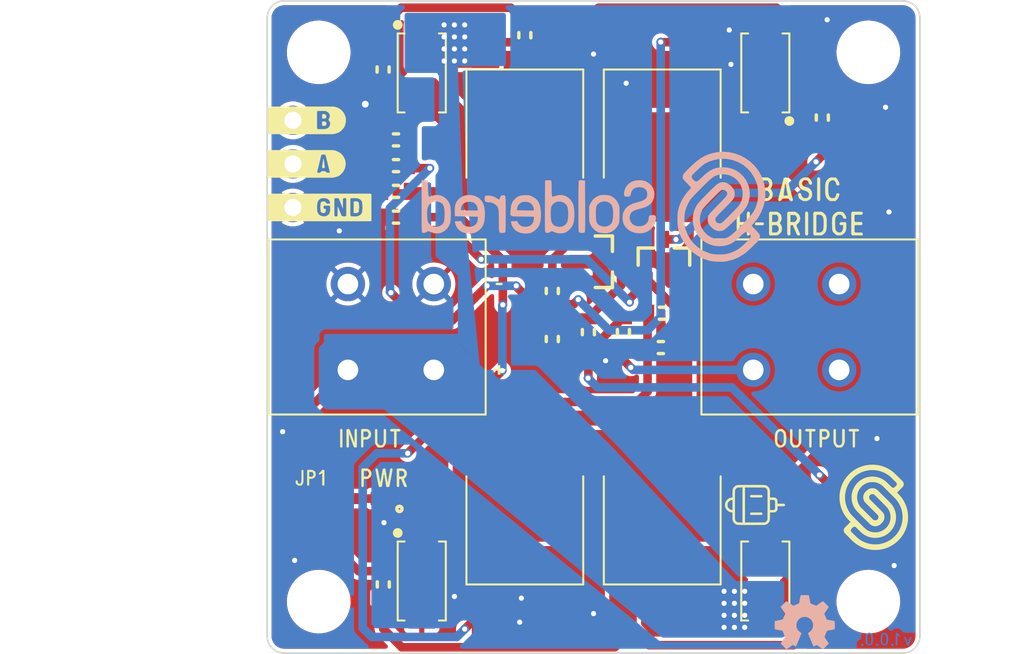
<source format=kicad_pcb>
(kicad_pcb (version 20210623) (generator pcbnew)
  (layers (0 "F.Cu" signal) (31 "B.Cu" signal) (34 "B.Paste" user) (35 "F.Paste" user) (36 "B.SilkS" user "B.Silkscreen") (37 "F.SilkS" user "F.Silkscreen") (38 "B.Mask" user) (39 "F.Mask" user) (44 "Edge.Cuts" user))
  (net 0 "")
  (net 1 "Net-(D1-Pad1)")
  (net 2 "VCC")
  (net 3 "GND")
  (net 4 "Net-(D3-Pad1)")
  (net 5 "Net-(D4-Pad1)")
  (net 6 "Net-(JP1-Pad2)")
  (net 7 "B")
  (net 8 "A")
  (net 9 "Net-(Q1-Pad1)")
  (net 10 "Net-(Q3-Pad1)")
  (net 11 "Net-(Q1-Pad3)")
  (net 12 "Net-(Q2-Pad1)")
  (net 13 "Net-(Q4-Pad1)")
  (net 14 "Net-(Q5-Pad1)")
  (net 15 "Net-(Q6-Pad1)")
  (net 16 "Net-(Q6-Pad3)")
  (footprint "e-radionica.com footprinti:0402R" (layer "F.Cu") (at 104.6 131)
    (fp_text reference "R7")
    (fp_text value "2k2")
    (pad "1" smd rect locked (at -0.5 0 90) (size 0.64 0.54) (layers "F.Cu" "F.Paste" "F.Mask") (net 6 "Net-(JP1-Pad2)"))
    (pad "2" smd rect locked (at 0.5 0 90) (size 0.64 0.54) (layers "F.Cu" "F.Paste" "F.Mask") (net 4 "Net-(D3-Pad1)"))
  )
  (footprint "e-radionica.com footprinti:HOLE_3.2mm" (layer "F.Cu") (at 135 105)
    (fp_text reference "H3" hide)
    (fp_text value "HOLE_3.2mm" hide)
    (pad "" np_thru_hole circle locked (at 0 0) (size 3.2 3.2) (drill 3.2) (layers F&B.Cu *.Mask))
  )
  (footprint "e-radionica.com footprinti:0603R" (layer "F.Cu") (at 116.6 121.7 -90)
    (fp_text reference "R8")
    (fp_text value "10k")
    (pad "1" smd rect locked (at -0.775 0) (size 1 0.64) (layers "F.Cu" "F.Paste" "F.Mask") (net 14 "Net-(Q5-Pad1)"))
    (pad "2" smd rect locked (at 0.775 0) (size 1 0.64) (layers "F.Cu" "F.Paste" "F.Mask") (net 3 "GND"))
  )
  (footprint "buzzardLabel" (layer "F.Cu") (at 131 115)
    (fp_text reference "" (at 0 0) (layer "F.SilkS") (effects (font (size 1.27 1.27))))
    (fp_text value "" (at 0 0) (layer "F.SilkS") (effects (font (size 1.27 1.27))))
  )
  (footprint "e-radionica.com footprinti:0603R" (layer "F.Cu") (at 106.75 106 90)
    (fp_text reference "R10")
    (fp_text value "2M")
    (pad "1" smd rect locked (at -0.775 0 180) (size 1 0.64) (layers "F.Cu" "F.Paste" "F.Mask") (net 5 "Net-(D4-Pad1)"))
    (pad "2" smd rect locked (at 0.775 0 180) (size 1 0.64) (layers "F.Cu" "F.Paste" "F.Mask") (net 13 "Net-(Q4-Pad1)"))
  )
  (footprint "e-radionica.com footprinti:FIDUCIAL_23" (layer "F.Cu") (at 135.8 111.3)
    (fp_text reference "FD1")
    (fp_text value "FIDUCIAL")
    (fp_circle (center 0 0) (end 1 0) (layer "F.Cu") (width 0.2) (fill none))
    (pad "1" smd circle (at 0 0) (size 1 1) (layers "F.Cu" "F.Paste" "F.Mask") (clearance 1.1))
  )
  (footprint "e-radionica.com footprinti:0603R" (layer "F.Cu") (at 107.5 114.6)
    (fp_text reference "R2")
    (fp_text value "10k")
    (pad "1" smd rect locked (at -0.775 0 90) (size 1 0.64) (layers "F.Cu" "F.Paste" "F.Mask") (net 3 "GND"))
    (pad "2" smd rect locked (at 0.775 0 90) (size 1 0.64) (layers "F.Cu" "F.Paste" "F.Mask") (net 9 "Net-(Q1-Pad1)"))
  )
  (footprint "e-radionica.com footprinti:DO-214_DIODE" (layer "F.Cu") (at 109 135.8 90)
    (fp_text reference "D2")
    (fp_text value "M3_DIODE")
    (pad "1" smd rect (at -1.55 0 90) (size 2.45 1.55) (layers "F.Cu" "F.Paste" "F.Mask") (net 3 "GND"))
    (pad "2" smd rect (at 1.55 0 90) (size 2.45 1.55) (layers "F.Cu" "F.Paste" "F.Mask") (net 1 "Net-(D1-Pad1)"))
  )
  (footprint "e-radionica.com footprinti:DPAK" (layer "F.Cu") (at 123 134.8 -90)
    (fp_text reference "Q2")
    (fp_text value "PMOS-DPAK")
    (pad "1" smd rect (at 2.79 2.285 270) (size 3 1.6) (layers "F.Cu" "F.Paste" "F.Mask") (net 12 "Net-(Q2-Pad1)"))
    (pad "2" smd rect (at -4.39 0 270) (size 6.2 5.8) (layers "F.Cu" "F.Paste" "F.Mask") (net 1 "Net-(D1-Pad1)"))
    (pad "3" smd rect (at 2.79 -2.285 270) (size 3 1.6) (layers "F.Cu" "F.Paste" "F.Mask") (net 2 "VCC"))
  )
  (footprint "e-radionica.com footprinti:HOLE_3.2mm" (layer "F.Cu") (at 103 137)
    (fp_text reference "H2" hide)
    (fp_text value "HOLE_3.2mm" hide)
    (pad "" np_thru_hole circle locked (at 0 0) (size 3.2 3.2) (drill 3.2) (layers F&B.Cu *.Mask))
  )
  (footprint "e-radionica.com footprinti:0603R" (layer "F.Cu") (at 120.74 121.3 90)
    (fp_text reference "R5")
    (fp_text value "1M")
    (pad "1" smd rect locked (at -0.775 0 180) (size 1 0.64) (layers "F.Cu" "F.Paste" "F.Mask") (net 1 "Net-(D1-Pad1)"))
    (pad "2" smd rect locked (at 0.775 0 180) (size 1 0.64) (layers "F.Cu" "F.Paste" "F.Mask") (net 12 "Net-(Q2-Pad1)"))
  )
  (footprint "e-radionica.com footprinti:DO-214_DIODE" (layer "F.Cu") (at 129 135.8 -90)
    (fp_text reference "D1")
    (fp_text value "M3_DIODE")
    (pad "1" smd rect (at -1.55 0 270) (size 2.45 1.55) (layers "F.Cu" "F.Paste" "F.Mask") (net 1 "Net-(D1-Pad1)"))
    (pad "2" smd rect (at 1.55 0 270) (size 2.45 1.55) (layers "F.Cu" "F.Paste" "F.Mask") (net 2 "VCC"))
  )
  (footprint "buzzardLabel" (layer "F.Cu") (at 131 113)
    (fp_text reference "" (at 0 0) (layer "F.SilkS") (effects (font (size 1.27 1.27))))
    (fp_text value "" (at 0 0) (layer "F.SilkS") (effects (font (size 1.27 1.27))))
  )
  (footprint "e-radionica.com footprinti:TERMINAL_KF235-5.0-2P" (layer "F.Cu") (at 107.2 121 -90)
    (fp_text reference "K2")
    (fp_text value "TERMINAL_KF235-5.0-2P")
    (pad "1" thru_hole circle (at 2.5 -2.5 270) (size 2 2) (drill 1.2) (layers *.Cu *.Mask) (net 2 "VCC"))
    (pad "1" thru_hole circle (at 2.5 2.5 270) (size 2 2) (drill 1.2) (layers *.Cu *.Mask) (net 2 "VCC"))
    (pad "2" thru_hole circle (at -2.5 2.5 270) (size 2 2) (drill 1.2) (layers *.Cu *.Mask) (net 3 "GND"))
    (pad "2" thru_hole circle (at -2.5 -2.5 270) (size 2 2) (drill 1.2) (layers *.Cu *.Mask) (net 3 "GND"))
  )
  (footprint "e-radionica.com footprinti:SOT-23-3" (layer "F.Cu") (at 123.1 117.1 90)
    (fp_text reference "Q1")
    (fp_text value "NPN-SOT-23-3")
    (pad "1" smd rect locked (at -1.2 -0.95 180) (size 0.6 1) (layers "F.Cu" "F.Paste" "F.Mask") (net 9 "Net-(Q1-Pad1)"))
    (pad "2" smd rect locked (at -1.2 0.95 180) (size 0.6 1) (layers "F.Cu" "F.Paste" "F.Mask") (net 3 "GND"))
    (pad "3" smd rect locked (at 1.2 0 180) (size 0.6 1) (layers "F.Cu" "F.Paste" "F.Mask") (net 11 "Net-(Q1-Pad3)"))
  )
  (footprint "Soldered Graphics:Symbol-Front-Motor" (layer "F.Cu") (at 128.4 131.37 90)
    (fp_text reference "G***" hide)
    (fp_text value "LOGO" hide)
  )
  (footprint "buzzardLabel" (layer "F.Cu") (at 113.5 123.5)
    (fp_text reference "" (at 0 0) (layer "F.SilkS") (effects (font (size 1.27 1.27))))
    (fp_text value "" (at 0 0) (layer "F.SilkS") (effects (font (size 1.27 1.27))))
  )
  (footprint "e-radionica.com footprinti:0603R" (layer "F.Cu") (at 122.92 122.2 180)
    (fp_text reference "R6")
    (fp_text value "10k")
    (pad "1" smd rect locked (at -0.775 0 270) (size 1 0.64) (layers "F.Cu" "F.Paste" "F.Mask") (net 3 "GND"))
    (pad "2" smd rect locked (at 0.775 0 270) (size 1 0.64) (layers "F.Cu" "F.Paste" "F.Mask") (net 10 "Net-(Q3-Pad1)"))
  )
  (footprint "buzzardLabel" (layer "F.Cu") (at 99.6 111.5)
    (fp_text reference "" (at 0 0) (layer "F.SilkS") (effects (font (size 1.27 1.27))))
    (fp_text value "" (at 0 0) (layer "F.SilkS") (effects (font (size 1.27 1.27))))
  )
  (footprint "buzzardLabel" (layer "F.Cu") (at 113.5 118.5)
    (fp_text reference "" (at 0 0) (layer "F.SilkS") (effects (font (size 1.27 1.27))))
    (fp_text value "" (at 0 0) (layer "F.SilkS") (effects (font (size 1.27 1.27))))
  )
  (footprint "e-radionica.com footprinti:DPAK" (layer "F.Cu") (at 123 107.2 90)
    (fp_text reference "Q5")
    (fp_text value "NMOS-DPAK")
    (pad "1" smd rect (at 2.79 2.285 90) (size 3 1.6) (layers "F.Cu" "F.Paste" "F.Mask") (net 14 "Net-(Q5-Pad1)"))
    (pad "2" smd rect (at -4.39 0 90) (size 6.2 5.8) (layers "F.Cu" "F.Paste" "F.Mask") (net 5 "Net-(D4-Pad1)"))
    (pad "3" smd rect (at 2.79 -2.285 90) (size 3 1.6) (layers "F.Cu" "F.Paste" "F.Mask") (net 3 "GND"))
  )
  (footprint "buzzardLabel" (layer "F.Cu") (at 99.6 114.04)
    (fp_text reference "" (at 0 0) (layer "F.SilkS") (effects (font (size 1.27 1.27))))
    (fp_text value "" (at 0 0) (layer "F.SilkS") (effects (font (size 1.27 1.27))))
  )
  (footprint "Soldered Graphics:Logo-Back-OSH-3.5mm" (layer "F.Cu") (at 131.3 138.2)
    (fp_text reference "G***" hide)
    (fp_text value "LOGO" hide)
  )
  (footprint "e-radionica.com footprinti:0603R" (layer "F.Cu") (at 116.6 118.9 -90)
    (fp_text reference "R12")
    (fp_text value "10k")
    (pad "1" smd rect locked (at -0.775 0) (size 1 0.64) (layers "F.Cu" "F.Paste" "F.Mask") (net 15 "Net-(Q6-Pad1)"))
    (pad "2" smd rect locked (at 0.775 0) (size 1 0.64) (layers "F.Cu" "F.Paste" "F.Mask") (net 14 "Net-(Q5-Pad1)"))
  )
  (footprint "e-radionica.com footprinti:0603R" (layer "F.Cu") (at 107.5 111.6 180)
    (fp_text reference "R13")
    (fp_text value "330R")
    (pad "1" smd rect locked (at -0.775 0 270) (size 1 0.64) (layers "F.Cu" "F.Paste" "F.Mask") (net 14 "Net-(Q5-Pad1)"))
    (pad "2" smd rect locked (at 0.775 0 270) (size 1 0.64) (layers "F.Cu" "F.Paste" "F.Mask") (net 7 "B"))
  )
  (footprint "e-radionica.com footprinti:DO-214_DIODE" (layer "F.Cu") (at 129 106.2 -90)
    (fp_text reference "D5")
    (fp_text value "M3_DIODE")
    (pad "1" smd rect (at -1.55 0 270) (size 2.45 1.55) (layers "F.Cu" "F.Paste" "F.Mask") (net 3 "GND"))
    (pad "2" smd rect (at 1.55 0 270) (size 2.45 1.55) (layers "F.Cu" "F.Paste" "F.Mask") (net 5 "Net-(D4-Pad1)"))
  )
  (footprint "e-radionica.com footprinti:HOLE_3.2mm" (layer "F.Cu") (at 103 105)
    (fp_text reference "H4" hide)
    (fp_text value "HOLE_3.2mm" hide)
    (pad "" np_thru_hole circle locked (at 0 0) (size 3.2 3.2) (drill 3.2) (layers F&B.Cu *.Mask))
  )
  (footprint "Soldered Graphics:Logo-Back-SolderedFULL-20mm" (layer "F.Cu") (at 119 114)
    (fp_text reference "REF**" hide)
    (fp_text value "Logo-Front-SolderedFULL-20mm" hide)
  )
  (footprint "buzzardLabel" (layer "F.Cu") (at 99.6 108.96)
    (fp_text reference "" (at 0 0) (layer "F.SilkS") (effects (font (size 1.27 1.27))))
    (fp_text value "" (at 0 0) (layer "F.SilkS") (effects (font (size 1.27 1.27))))
  )
  (footprint "e-radionica.com footprinti:0603R" (layer "F.Cu") (at 132.32 108.8 -90)
    (fp_text reference "R11")
    (fp_text value "1k")
    (pad "1" smd rect locked (at -0.775 0) (size 1 0.64) (layers "F.Cu" "F.Paste" "F.Mask") (net 13 "Net-(Q4-Pad1)"))
    (pad "2" smd rect locked (at 0.775 0) (size 1 0.64) (layers "F.Cu" "F.Paste" "F.Mask") (net 11 "Net-(Q1-Pad3)"))
  )
  (footprint "Soldered Graphics:Logo-Front-Soldered-5mm" (layer "F.Cu") (at 135.32 131.51)
    (fp_text reference "G***" hide)
    (fp_text value "LOGO" hide)
  )
  (footprint "e-radionica.com footprinti:TERMINAL_KF235-5.0-2P" (layer "F.Cu") (at 130.8 121 90)
    (fp_text reference "K1")
    (fp_text value "TERMINAL_KF235-5.0-2P")
    (pad "1" thru_hole circle (at 2.5 -2.5 90) (size 2 2) (drill 1.2) (layers *.Cu *.Mask) (net 5 "Net-(D4-Pad1)"))
    (pad "1" thru_hole circle (at 2.5 2.5 90) (size 2 2) (drill 1.2) (layers *.Cu *.Mask) (net 5 "Net-(D4-Pad1)"))
    (pad "2" thru_hole circle (at -2.5 2.5 90) (size 2 2) (drill 1.2) (layers *.Cu *.Mask) (net 1 "Net-(D1-Pad1)"))
    (pad "2" thru_hole circle (at -2.5 -2.5 90) (size 2 2) (drill 1.2) (layers *.Cu *.Mask) (net 1 "Net-(D1-Pad1)"))
  )
  (footprint "e-radionica.com footprinti:0603R" (layer "F.Cu") (at 107.5 113.1)
    (fp_text reference "R1")
    (fp_text value "330R")
    (pad "1" smd rect locked (at -0.775 0 90) (size 1 0.64) (layers "F.Cu" "F.Paste" "F.Mask") (net 8 "A"))
    (pad "2" smd rect locked (at 0.775 0 90) (size 1 0.64) (layers "F.Cu" "F.Paste" "F.Mask") (net 10 "Net-(Q3-Pad1)"))
  )
  (footprint "buzzardLabel" (layer "F.Cu") (at 132 127.5)
    (fp_text reference "" (at 0 0) (layer "F.SilkS") (effects (font (size 1.27 1.27))))
    (fp_text value "" (at 0 0) (layer "F.SilkS") (effects (font (size 1.27 1.27))))
  )
  (footprint "e-radionica.com footprinti:0603R" (layer "F.Cu") (at 118.7 121.3 -90)
    (fp_text reference "R3")
    (fp_text value "1k")
    (pad "1" smd rect locked (at -0.775 0) (size 1 0.64) (layers "F.Cu" "F.Paste" "F.Mask") (net 16 "Net-(Q6-Pad3)"))
    (pad "2" smd rect locked (at 0.775 0) (size 1 0.64) (layers "F.Cu" "F.Paste" "F.Mask") (net 12 "Net-(Q2-Pad1)"))
  )
  (footprint "buzzardLabel" (layer "F.Cu") (at 102.5 129.8)
    (fp_text reference "" (at 0 0) (layer "F.SilkS") (effects (font (size 1.27 1.27))))
    (fp_text value "" (at 0 0) (layer "F.SilkS") (effects (font (size 1.27 1.27))))
  )
  (footprint "e-radionica.com footprinti:DPAK" (layer "F.Cu") (at 115 134.8 -90)
    (fp_text reference "Q3")
    (fp_text value "NMOS-DPAK")
    (pad "1" smd rect (at 2.79 2.285 270) (size 3 1.6) (layers "F.Cu" "F.Paste" "F.Mask") (net 10 "Net-(Q3-Pad1)"))
    (pad "2" smd rect (at -4.39 0 270) (size 6.2 5.8) (layers "F.Cu" "F.Paste" "F.Mask") (net 1 "Net-(D1-Pad1)"))
    (pad "3" smd rect (at 2.79 -2.285 270) (size 3 1.6) (layers "F.Cu" "F.Paste" "F.Mask") (net 3 "GND"))
  )
  (footprint "e-radionica.com footprinti:DO-214_DIODE" (layer "F.Cu") (at 109 106.2 90)
    (fp_text reference "D4")
    (fp_text value "M3_DIODE")
    (pad "1" smd rect (at -1.55 0 90) (size 2.45 1.55) (layers "F.Cu" "F.Paste" "F.Mask") (net 5 "Net-(D4-Pad1)"))
    (pad "2" smd rect (at 1.55 0 90) (size 2.45 1.55) (layers "F.Cu" "F.Paste" "F.Mask") (net 2 "VCC"))
  )
  (footprint "e-radionica.com footprinti:0603R" (layer "F.Cu") (at 115 104 90)
    (fp_text reference "R9")
    (fp_text value "10k")
    (pad "1" smd rect locked (at -0.775 0 180) (size 1 0.64) (layers "F.Cu" "F.Paste" "F.Mask") (net 2 "VCC"))
    (pad "2" smd rect locked (at 0.775 0 180) (size 1 0.64) (layers "F.Cu" "F.Paste" "F.Mask") (net 13 "Net-(Q4-Pad1)"))
  )
  (footprint "buzzardLabel" (layer "F.Cu") (at 106.8 129.8)
    (fp_text reference "" (at 0 0) (layer "F.SilkS") (effects (font (size 1.27 1.27))))
    (fp_text value "" (at 0 0) (layer "F.SilkS") (effects (font (size 1.27 1.27))))
  )
  (footprint "e-radionica.com footprinti:0603R" (layer "F.Cu") (at 106.76 136 90)
    (fp_text reference "R4")
    (fp_text value "10k")
    (pad "1" smd rect locked (at -0.775 0 180) (size 1 0.64) (layers "F.Cu" "F.Paste" "F.Mask") (net 12 "Net-(Q2-Pad1)"))
    (pad "2" smd rect locked (at 0.775 0 180) (size 1 0.64) (layers "F.Cu" "F.Paste" "F.Mask") (net 2 "VCC"))
  )
  (footprint "e-radionica.com footprinti:SMD-JUMPER-CONNECTED_TRACE_SLODERMASK" (layer "F.Cu") (at 102.5 131)
    (fp_text reference "JP1")
    (fp_text value "SMD-JUMPER-CONNECTED_TRACE_SLODERMASK")
    (fp_poly (pts (xy 0.1 0.1) (xy -0.1 0.1) (xy -0.1 -0.1) (xy 0.1 -0.1)) (layer "F.Cu") (width 0.1) (fill solid))
    (pad "1" smd rect (at -0.35 0) (size 0.5 1) (layers "F.Cu" "F.Mask") (net 2 "VCC"))
    (pad "2" smd rect (at 0.35 0) (size 0.5 1) (layers "F.Cu" "F.Mask") (net 6 "Net-(JP1-Pad2)"))
  )
  (footprint "e-radionica.com footprinti:HOLE_3.2mm" (layer "F.Cu") (at 135 137)
    (fp_text reference "H1" hide)
    (fp_text value "HOLE_3.2mm" hide)
    (pad "" np_thru_hole circle locked (at 0 0) (size 3.2 3.2) (drill 3.2) (layers F&B.Cu *.Mask))
  )
  (footprint "e-radionica.com footprinti:SOT-23-3" (layer "F.Cu") (at 119.4 117.2)
    (fp_text reference "Q6")
    (fp_text value "NPN-SOT-23-3")
    (pad "1" smd rect locked (at -1.2 -0.95 90) (size 0.6 1) (layers "F.Cu" "F.Paste" "F.Mask") (net 15 "Net-(Q6-Pad1)"))
    (pad "2" smd rect locked (at -1.2 0.95 90) (size 0.6 1) (layers "F.Cu" "F.Paste" "F.Mask") (net 3 "GND"))
    (pad "3" smd rect locked (at 1.2 0 90) (size 0.6 1) (layers "F.Cu" "F.Paste" "F.Mask") (net 16 "Net-(Q6-Pad3)"))
  )
  (footprint "e-radionica.com footprinti:0603R" (layer "F.Cu") (at 122.985 120.2)
    (fp_text reference "R2")
    (fp_text value "10k")
    (pad "1" smd rect locked (at -0.775 0 90) (size 1 0.64) (layers "F.Cu" "F.Paste" "F.Mask") (net 10 "Net-(Q3-Pad1)"))
    (pad "2" smd rect locked (at 0.775 0 90) (size 1 0.64) (layers "F.Cu" "F.Paste" "F.Mask") (net 9 "Net-(Q1-Pad1)"))
  )
  (footprint "e-radionica.com footprinti:0402LED" (layer "F.Cu") (at 106.8 131)
    (fp_text reference "D3")
    (fp_text value "purple")
    (pad "1" smd rect locked (at -0.55 0 90) (size 0.75 0.45) (layers "F.Cu" "F.Paste" "F.Mask") (net 4 "Net-(D3-Pad1)"))
    (pad "2" smd rect locked (at 0.55 0 90) (size 0.75 0.45) (layers "F.Cu" "F.Paste" "F.Mask") (net 3 "GND"))
  )
  (footprint "e-radionica.com footprinti:DPAK" (layer "F.Cu") (at 115 107.2 90)
    (fp_text reference "Q4")
    (fp_text value "PMOS-DPAK")
    (pad "1" smd rect (at 2.79 2.285 90) (size 3 1.6) (layers "F.Cu" "F.Paste" "F.Mask") (net 13 "Net-(Q4-Pad1)"))
    (pad "2" smd rect (at -4.39 0 90) (size 6.2 5.8) (layers "F.Cu" "F.Paste" "F.Mask") (net 5 "Net-(D4-Pad1)"))
    (pad "3" smd rect (at 2.79 -2.285 90) (size 3 1.6) (layers "F.Cu" "F.Paste" "F.Mask") (net 2 "VCC"))
  )
  (footprint "e-radionica.com footprinti:0603R" (layer "F.Cu") (at 107.5 110.1)
    (fp_text reference "R4")
    (fp_text value "10k")
    (pad "1" smd rect locked (at -0.775 0 90) (size 1 0.64) (layers "F.Cu" "F.Paste" "F.Mask") (net 3 "GND"))
    (pad "2" smd rect locked (at 0.775 0 90) (size 1 0.64) (layers "F.Cu" "F.Paste" "F.Mask") (net 10 "Net-(Q3-Pad1)"))
  )
  (footprint "buzzardLabel" (layer "F.Cu") (at 106 127.5)
    (fp_text reference "" (at 0 0) (layer "F.SilkS") (effects (font (size 1.27 1.27))))
    (fp_text value "" (at 0 0) (layer "F.SilkS") (effects (font (size 1.27 1.27))))
  )
  (footprint "Soldered Graphics:Version1.0.0." (layer "B.Cu") (at 136 139.2 180)
    (fp_text reference "Ref**" hide)
    (fp_text value "Val**" hide)
    (fp_poly (pts (xy -0.44 -0.38) (xy -0.39 -0.38) (xy -0.34 -0.37) (xy -0.34 -0.33) (xy -0.34 -0.27) (xy -0.38 -0.26) (xy -0.43 -0.26) (xy -0.46 -0.29) (xy -0.46 -0.34) (xy -0.44 -0.38)) (layer "B.Cu") (width 0.01) (fill solid))
    (fp_poly (pts (xy 0.43 -0.38) (xy 0.48 -0.38) (xy 0.54 -0.37) (xy 0.54 -0.33) (xy 0.54 -0.27) (xy 0.5 -0.26) (xy 0.45 -0.26) (xy 0.42 -0.29) (xy 0.42 -0.34) (xy 0.43 -0.38)) (layer "B.Cu") (width 0.01) (fill solid))
    (fp_poly (pts (xy -0.67 -0.35) (xy -0.62 -0.35) (xy -0.6 -0.31) (xy -0.6 0.35) (xy -0.64 0.38) (xy -0.69 0.38) (xy -0.73 0.34) (xy -0.84 0.22) (xy -0.86 0.17) (xy -0.83 0.16) (xy -0.73 0.22) (xy -0.69 0.23) (xy -0.69 -0.31) (xy -0.67 -0.35)) (layer "B.Cu") (width 0.01) (fill solid))
    (fp_poly (pts (xy 0.06 -0.35) (xy 0.11 -0.35) (xy 0.17 -0.33) (xy 0.13 -0.28) (xy 0.03 -0.28) (xy -0.01 -0.25) (xy -0.03 -0.2) (xy -0.05 -0.15) (xy -0.05 -0.11) (xy -0.05 0.01) (xy -0.05 0.13) (xy -0.05 0.17) (xy -0.03 0.22) (xy -0.01 0.27) (xy 0.02 0.3) (xy 0.13 0.3) (xy 0.16 0.26) (xy 0.18 0.21) (xy 0.18 0.15) (xy 0.19 0.05) (xy 0.19 -0.08) (xy 0.19 -0.12) (xy 0.18 -0.17) (xy 0.16 -0.22) (xy 0.14 -0.27) (xy 0.14 -0.28) (xy 0.17 -0.32) (xy 0.21 -0.29) (xy 0.24 -0.26) (xy 0.26 -0.22) (xy 0.27 -0.16) (xy 0.28 -0.11) (xy 0.28 -0.06) (xy 0.28 0.06) (xy 0.28 0.12) (xy 0.27 0.17) (xy 0.26 0.22) (xy 0.25 0.27) (xy 0.22 0.3) (xy 0.19 0.34) (xy 0.13 0.37) (xy 0.08 0.38) (xy 0.02 0.38) (xy -0.03 0.35) (xy -0.08 0.31) (xy -0.1 0.28) (xy -0.12 0.23) (xy -0.14 0.18) (xy -0.14 0.13) (xy -0.15 0.08) (xy -0.15 -0.04) (xy -0.14 -0.1) (xy -0.14 -0.14) (xy -0.13 -0.2) (xy -0.11 -0.25) (xy -0.08 -0.28) (xy -0.05 -0.32) (xy 0.01 -0.35) (xy 0.06 -0.35)) (layer "B.Cu") (width 0.01) (fill solid))
    (fp_poly (pts (xy -1.33 -0.35) (xy -1.27 -0.35) (xy -1.25 -0.31) (xy -1.09 0.1) (xy -1.11 0.13) (xy -1.16 0.13) (xy -1.19 0.1) (xy -1.28 -0.16) (xy -1.3 -0.21) (xy -1.32 -0.17) (xy -1.41 0.09) (xy -1.44 0.13) (xy -1.49 0.13) (xy -1.51 0.1) (xy -1.36 -0.31) (xy -1.33 -0.35)) (layer "B.Cu") (width 0.01) (fill solid))
    (fp_poly (pts (xy 1.31 -0.38) (xy 1.36 -0.38) (xy 1.41 -0.37) (xy 1.42 -0.33) (xy 1.42 -0.27) (xy 1.38 -0.26) (xy 1.33 -0.26) (xy 1.3 -0.29) (xy 1.3 -0.34) (xy 1.31 -0.38)) (layer "B.Cu") (width 0.01) (fill solid))
    (fp_poly (pts (xy 0.93 -0.35) (xy 0.99 -0.35) (xy 1.04 -0.33) (xy 1.01 -0.28) (xy 0.91 -0.28) (xy 0.87 -0.25) (xy 0.85 -0.2) (xy 0.83 -0.15) (xy 0.83 -0.11) (xy 0.82 0.01) (xy 0.83 0.13) (xy 0.83 0.17) (xy 0.84 0.22) (xy 0.87 0.27) (xy 0.9 0.3) (xy 1.01 0.3) (xy 1.04 0.26) (xy 1.05 0.21) (xy 1.06 0.15) (xy 1.07 0.05) (xy 1.07 -0.08) (xy 1.06 -0.12) (xy 1.06 -0.17) (xy 1.04 -0.22) (xy 1.02 -0.27) (xy 1.01 -0.28) (xy 1.05 -0.32) (xy 1.09 -0.29) (xy 1.12 -0.26) (xy 1.14 -0.22) (xy 1.15 -0.16) (xy 1.16 -0.11) (xy 1.16 -0.06) (xy 1.16 0.06) (xy 1.16 0.12) (xy 1.15 0.17) (xy 1.14 0.22) (xy 1.13 0.27) (xy 1.1 0.3) (xy 1.06 0.34) (xy 1.01 0.37) (xy 0.95 0.38) (xy 0.9 0.38) (xy 0.84 0.35) (xy 0.8 0.31) (xy 0.78 0.28) (xy 0.75 0.23) (xy 0.74 0.18) (xy 0.74 0.13) (xy 0.73 0.08) (xy 0.73 -0.04) (xy 0.73 -0.1) (xy 0.74 -0.14) (xy 0.75 -0.2) (xy 0.77 -0.25) (xy 0.79 -0.28) (xy 0.83 -0.32) (xy 0.89 -0.35) (xy 0.93 -0.35)) (layer "B.Cu") (width 0.01) (fill solid))
  )
  (footprint "e-radionica.com footprinti:HEADER_MALE_3X1" (layer "B.Cu") (at 101.5 111.5 90)
    (fp_text reference "K3")
    (fp_text value "HEADER_MALE_3X1")
    (pad "1" thru_hole circle locked (at -2.54 0 90) (size 1.7 1.7) (drill 1) (layers *.Cu *.Mask) (net 3 "GND"))
    (pad "2" thru_hole circle locked (at 0 0 90) (size 1.7 1.7) (drill 1) (layers *.Cu *.Mask) (net 8 "A"))
    (pad "3" thru_hole circle locked (at 2.54 0 90) (size 1.7 1.7) (drill 1) (layers *.Cu *.Mask) (net 7 "B"))
  )
  (gr_arc (start 137 103) (end 137 102) (angle 90) (layer "Edge.Cuts") (width 0.1))
  (gr_arc (start 137 139) (end 137 140) (angle -90) (layer "Edge.Cuts") (width 0.1))
  (gr_line (start 137 102) (end 101 102) (layer "Edge.Cuts") (width 0.1))
  (gr_line (start 101 140) (end 137 140) (layer "Edge.Cuts") (width 0.1))
  (gr_arc (start 101 139) (end 101 140) (angle 90) (layer "Edge.Cuts") (width 0.1))
  (gr_arc (start 101 103) (end 101 102) (angle -90) (layer "Edge.Cuts") (width 0.1))
  (gr_line (start 100 103) (end 100 139) (layer "Edge.Cuts") (width 0.1))
  (gr_line (start 138 139) (end 138 103) (layer "Edge.Cuts") (width 0.1))
  (segment (start 121.17 123.36) (end 120.68 122.87) (width 0.5) (layer "F.Cu") (net 1))
  (segment (start 120.68 122.135) (end 120.74 122.075) (width 0.5) (layer "F.Cu") (net 1))
  (segment (start 120.68 122.87) (end 120.68 122.135) (width 0.5) (layer "F.Cu") (net 1))
  (via (at 121.17 123.36) (size 0.5) (drill 0.3) (layers "F.Cu" "B.Cu") (net 1))
  (segment (start 121.31 123.5) (end 121.17 123.36) (width 0.5) (layer "B.Cu") (net 1))
  (segment (start 128.3 123.5) (end 121.31 123.5) (width 0.5) (layer "B.Cu") (net 1))
  (segment (start 105.325 135.225) (end 102.15 132.05) (width 0.5) (layer "F.Cu") (net 2))
  (segment (start 102.15 131) (end 102.15 126.05) (width 0.5) (layer "F.Cu") (net 2))
  (segment (start 102.15 132.05) (end 102.15 131) (width 0.5) (layer "F.Cu") (net 2))
  (segment (start 112.475 104.65) (end 112.715 104.41) (width 0.5) (layer "F.Cu") (net 2))
  (segment (start 112.715 104.41) (end 114.635 104.41) (width 0.5) (layer "F.Cu") (net 2))
  (segment (start 112.695 104.43) (end 112.715 104.41) (width 0.5) (layer "F.Cu") (net 2))
  (segment (start 114.635 104.41) (end 115 104.775) (width 0.5) (layer "F.Cu") (net 2))
  (segment (start 102.15 126.05) (end 104.7 123.5) (width 0.5) (layer "F.Cu") (net 2))
  (segment (start 106.76 135.225) (end 105.325 135.225) (width 0.5) (layer "F.Cu") (net 2))
  (via (at 127.8 137.8) (size 0.5) (drill 0.3) (layers "F.Cu" "B.Cu") (net 2))
  (via (at 111.5 104.1) (size 0.5) (drill 0.3) (layers "F.Cu" "B.Cu") (net 2))
  (via (at 110.9 103.4) (size 0.5) (drill 0.3) (layers "F.Cu" "B.Cu") (net 2))
  (via (at 111.5 105.5) (size 0.5) (drill 0.3) (layers "F.Cu" "B.Cu") (net 2))
  (via (at 126.6 138.5) (size 0.5) (drill 0.3) (layers "F.Cu" "B.Cu") (net 2))
  (via (at 127.8 138.5) (size 0.5) (drill 0.3) (layers "F.Cu" "B.Cu") (net 2))
  (via (at 110.9 105.5) (size 0.5) (drill 0.3) (layers "F.Cu" "B.Cu") (net 2))
  (via (at 110.9 104.8) (size 0.5) (drill 0.3) (layers "F.Cu" "B.Cu") (net 2))
  (via (at 111.5 104.8) (size 0.5) (drill 0.3) (layers "F.Cu" "B.Cu") (net 2))
  (via (at 127.8 137.1) (size 0.5) (drill 0.3) (layers "F.Cu" "B.Cu") (net 2))
  (via (at 110.9 104.1) (size 0.5) (drill 0.3) (layers "F.Cu" "B.Cu") (net 2))
  (via (at 127.2 138.5) (size 0.5) (drill 0.3) (layers "F.Cu" "B.Cu") (net 2))
  (via (at 126.6 137.8) (size 0.5) (drill 0.3) (layers "F.Cu" "B.Cu") (net 2))
  (via (at 111.5 103.4) (size 0.5) (drill 0.3) (layers "F.Cu" "B.Cu") (net 2))
  (via (at 110.3 104.1) (size 0.5) (drill 0.3) (layers "F.Cu" "B.Cu") (net 2))
  (via (at 127.2 136.4) (size 0.5) (drill 0.3) (layers "F.Cu" "B.Cu") (net 2))
  (via (at 110.3 105.5) (size 0.5) (drill 0.3) (layers "F.Cu" "B.Cu") (net 2))
  (via (at 127.2 137.8) (size 0.5) (drill 0.3) (layers "F.Cu" "B.Cu") (net 2))
  (via (at 110.3 104.8) (size 0.5) (drill 0.3) (layers "F.Cu" "B.Cu") (net 2))
  (via (at 126.6 137.1) (size 0.5) (drill 0.3) (layers "F.Cu" "B.Cu") (net 2))
  (via (at 110.3 103.4) (size 0.5) (drill 0.3) (layers "F.Cu" "B.Cu") (net 2))
  (via (at 127.2 137.1) (size 0.5) (drill 0.3) (layers "F.Cu" "B.Cu") (net 2))
  (via (at 126.6 136.4) (size 0.5) (drill 0.3) (layers "F.Cu" "B.Cu") (net 2))
  (via (at 127.8 136.4) (size 0.5) (drill 0.3) (layers "F.Cu" "B.Cu") (net 2))
  (segment (start 106.725 109.035) (end 105.71 108.02) (width 0.5) (layer "F.Cu") (net 3))
  (segment (start 106.725 110.1) (end 106.725 109.035) (width 0.5) (layer "F.Cu") (net 3))
  (via (at 101.6 134.6) (size 0.5) (drill 0.3) (layers "F.Cu" "B.Cu") (net 3))
  (via (at 100.9 127.1) (size 0.5) (drill 0.3) (layers "F.Cu" "B.Cu") (net 3))
  (via (at 119 105.1) (size 0.5) (drill 0.3) (layers "F.Cu" "B.Cu") (net 3))
  (via (at 127 105.7) (size 0.5) (drill 0.3) (layers "F.Cu" "B.Cu") (net 3))
  (via (at 119.7 122.97) (size 0.5) (drill 0.3) (layers "F.Cu" "B.Cu") (net 3))
  (via (at 132.6 103.1) (size 0.5) (drill 0.3) (layers "F.Cu" "B.Cu") (net 3))
  (via (at 110.9 136.7) (size 0.5) (drill 0.3) (layers "F.Cu" "B.Cu") (net 3))
  (via (at 120.9 106.8) (size 0.5) (drill 0.3) (layers "F.Cu" "B.Cu") (net 3))
  (via (at 114.7 138.2) (size 0.5) (drill 0.3) (layers "F.Cu" "B.Cu") (net 3))
  (via (at 126.9 103.7) (size 0.5) (drill 0.3) (layers "F.Cu" "B.Cu") (net 3))
  (via (at 114.8 136.8) (size 0.5) (drill 0.3) (layers "F.Cu" "B.Cu") (net 3))
  (via (at 106.8 132.4) (size 0.5) (drill 0.3) (layers "F.Cu" "B.Cu") (net 3))
  (via (at 105.71 108.02) (size 0.8) (drill 0.4) (layers "F.Cu" "B.Cu") (net 3))
  (via (at 136.5 134.9) (size 0.5) (drill 0.3) (layers "F.Cu" "B.Cu") (net 3))
  (via (at 136 108.2) (size 0.5) (drill 0.3) (layers "F.Cu" "B.Cu") (net 3))
  (via (at 136.2 114.3) (size 0.5) (drill 0.3) (layers "F.Cu" "B.Cu") (net 3))
  (via (at 135.5 127.5) (size 0.5) (drill 0.3) (layers "F.Cu" "B.Cu") (net 3))
  (via (at 119 137.7) (size 0.5) (drill 0.3) (layers "F.Cu" "B.Cu") (net 3))
  (via (at 104.2 115.4) (size 0.5) (drill 0.3) (layers "F.Cu" "B.Cu") (net 3))
  (segment (start 106.25 131) (end 105.1 131) (width 0.5) (layer "F.Cu") (net 4))
  (segment (start 109 107.75) (end 107.725 107.75) (width 0.5) (layer "F.Cu") (net 5))
  (segment (start 107.725 107.75) (end 106.75 106.775) (width 0.5) (layer "F.Cu") (net 5))
  (segment (start 104.1 131) (end 102.85 131) (width 0.5) (layer "F.Cu") (net 6))
  (segment (start 103.7 108.96) (end 106.34 111.6) (width 0.5) (layer "F.Cu") (net 7))
  (segment (start 101.5 108.96) (end 103.7 108.96) (width 0.5) (layer "F.Cu") (net 7))
  (segment (start 106.34 111.6) (end 106.725 111.6) (width 0.5) (layer "F.Cu") (net 7))
  (segment (start 101.5 111.5) (end 105.125 111.5) (width 0.5) (layer "F.Cu") (net 8))
  (segment (start 105.125 111.5) (end 106.725 113.1) (width 0.5) (layer "F.Cu") (net 8))
  (segment (start 122.15 118.3) (end 122.18 118.3) (width 0.5) (layer "F.Cu") (net 9))
  (segment (start 122.18 118.3) (end 123.76 119.88) (width 0.5) (layer "F.Cu") (net 9))
  (segment (start 108.275 114.6) (end 109.998625 114.6) (width 0.5) (layer "F.Cu") (net 9))
  (segment (start 121.1 119.56) (end 121.1 119.35) (width 0.5) (layer "F.Cu") (net 9))
  (segment (start 121.1 119.35) (end 122.15 118.3) (width 0.5) (layer "F.Cu") (net 9))
  (segment (start 109.998625 114.6) (end 112.456361 117.057736) (width 0.5) (layer "F.Cu") (net 9))
  (segment (start 123.76 119.88) (end 123.76 120.2) (width 0.5) (layer "F.Cu") (net 9))
  (via (at 121.1 119.56) (size 0.5) (drill 0.3) (layers "F.Cu" "B.Cu") (net 9))
  (via (at 112.456361 117.057736) (size 0.5) (drill 0.3) (layers "F.Cu" "B.Cu") (net 9))
  (segment (start 118.597736 117.057736) (end 121.1 119.56) (width 0.5) (layer "B.Cu") (net 9))
  (segment (start 112.456361 117.057736) (end 118.597736 117.057736) (width 0.5) (layer "B.Cu") (net 9))
  (segment (start 108.18 128.36) (end 111.170489 125.369511) (width 0.5) (layer "F.Cu") (net 10))
  (segment (start 112.51 137.59) (end 112.715 137.59) (width 0.5) (layer "F.Cu") (net 10))
  (segment (start 111.170489 125.369511) (end 111.860489 125.369511) (width 0.5) (layer "F.Cu") (net 10))
  (segment (start 109.7 113.1) (end 108.275 113.1) (width 0.5) (layer "F.Cu") (net 10))
  (segment (start 121.54188 125.369511) (end 122.145 124.766391) (width 0.5) (layer "F.Cu") (net 10))
  (segment (start 111.860489 125.369511) (end 121.54188 125.369511) (width 0.5) (layer "F.Cu") (net 10))
  (segment (start 122.145 122.2) (end 122.145 120.265) (width 0.5) (layer "F.Cu") (net 10))
  (segment (start 111.860489 125.369511) (end 113.69 123.54) (width 0.5) (layer "F.Cu") (net 10))
  (segment (start 113.72 119.71) (end 113.72 117.12) (width 0.5) (layer "F.Cu") (net 10))
  (segment (start 122.145 120.265) (end 122.21 120.2) (width 0.5) (layer "F.Cu") (net 10))
  (segment (start 111.5 138.6) (end 112.51 137.59) (width 0.5) (layer "F.Cu") (net 10))
  (segment (start 113.72 117.12) (end 109.7 113.1) (width 0.5) (layer "F.Cu") (net 10))
  (segment (start 122.145 124.766391) (end 122.145 122.2) (width 0.5) (layer "F.Cu") (net 10))
  (via (at 113.69 123.54) (size 0.5) (drill 0.3) (layers "F.Cu" "B.Cu") (net 10))
  (via (at 111.5 138.6) (size 0.5) (drill 0.3) (layers "F.Cu" "B.Cu") (net 10))
  (via (at 108.18 128.36) (size 0.5) (drill 0.3) (layers "F.Cu" "B.Cu") (net 10))
  (via (at 113.72 119.71) (size 0.5) (drill 0.3) (layers "F.Cu" "B.Cu") (net 10))
  (segment (start 113.69 119.74) (end 113.72 119.71) (width 0.5) (layer "B.Cu") (net 10))
  (segment (start 111.5 138.6) (end 111.04 139.06) (width 0.5) (layer "B.Cu") (net 10))
  (segment (start 106.39 128.36) (end 108.18 128.36) (width 0.5) (layer "B.Cu") (net 10))
  (segment (start 105.56 129.19) (end 106.39 128.36) (width 0.5) (layer "B.Cu") (net 10))
  (segment (start 105.56 138.53) (end 105.56 129.19) (width 0.5) (layer "B.Cu") (net 10))
  (segment (start 106.09 139.06) (end 105.56 138.53) (width 0.5) (layer "B.Cu") (net 10))
  (segment (start 113.69 123.54) (end 113.69 119.74) (width 0.5) (layer "B.Cu") (net 10))
  (segment (start 111.04 139.06) (end 106.09 139.06) (width 0.5) (layer "B.Cu") (net 10))
  (segment (start 132.3 109.595) (end 132.32 109.575) (width 0.5) (layer "F.Cu") (net 11))
  (segment (start 131.95 111.38) (end 132.3 111.03) (width 0.5) (layer "F.Cu") (net 11))
  (segment (start 123.8 115.9) (end 123.1 115.9) (width 0.5) (layer "F.Cu") (net 11))
  (segment (start 132.3 111.03) (end 132.3 109.595) (width 0.5) (layer "F.Cu") (net 11))
  (via (at 123.8 115.9) (size 0.5) (drill 0.3) (layers "F.Cu" "B.Cu") (net 11))
  (via (at 131.95 111.38) (size 0.5) (drill 0.3) (layers "F.Cu" "B.Cu") (net 11))
  (segment (start 123.8 115.9) (end 124 115.9) (width 0.5) (layer "B.Cu") (net 11))
  (segment (start 130.14 113.19) (end 131.95 111.38) (width 0.5) (layer "B.Cu") (net 11))
  (segment (start 126.71 113.19) (end 130.14 113.19) (width 0.5) (layer "B.Cu") (net 11))
  (segment (start 124 115.9) (end 126.71 113.19) (width 0.5) (layer "B.Cu") (net 11))
  (segment (start 120.24 139.66) (end 107.835489 139.66) (width 0.5) (layer "F.Cu") (net 12))
  (segment (start 107.835489 139.66) (end 106.76 138.584511) (width 0.5) (layer "F.Cu") (net 12))
  (segment (start 120.645 120.525) (end 119.095 122.075) (width 0.5) (layer "F.Cu") (net 12))
  (segment (start 132.66 137.51) (end 132.66 130.13) (width 0.5) (layer "F.Cu") (net 12))
  (segment (start 122.239511 139.539511) (end 130.630489 139.539511) (width 0.5) (layer "F.Cu") (net 12))
  (segment (start 120.715 139.185) (end 120.24 139.66) (width 0.5) (layer "F.Cu") (net 12))
  (segment (start 118.7 123.96) (end 118.7 122.075) (width 0.5) (layer "F.Cu") (net 12))
  (segment (start 119.095 122.075) (end 118.7 122.075) (width 0.5) (layer "F.Cu") (net 12))
  (segment (start 120.715 137.59) (end 120.715 139.185) (width 0.5) (layer "F.Cu") (net 12))
  (segment (start 120.715 137.59) (end 120.715 138.015) (width 0.5) (layer "F.Cu") (net 12))
  (segment (start 130.630489 139.539511) (end 132.66 137.51) (width 0.5) (layer "F.Cu") (net 12))
  (segment (start 106.76 138.584511) (end 106.76 136.775) (width 0.5) (layer "F.Cu") (net 12))
  (segment (start 120.715 138.015) (end 122.239511 139.539511) (width 0.5) (layer "F.Cu") (net 12))
  (segment (start 120.74 120.525) (end 120.645 120.525) (width 0.5) (layer "F.Cu") (net 12))
  (segment (start 132.66 130.13) (end 132.15 129.62) (width 0.5) (layer "F.Cu") (net 12))
  (segment (start 118.68 123.98) (end 118.7 123.96) (width 0.5) (layer "F.Cu") (net 12))
  (via (at 118.68 123.98) (size 0.5) (drill 0.3) (layers "F.Cu" "B.Cu") (net 12))
  (via (at 132.15 129.62) (size 0.5) (drill 0.3) (layers "F.Cu" "B.Cu") (net 12))
  (segment (start 127.05 124.52) (end 132.15 129.62) (width 0.5) (layer "B.Cu") (net 12))
  (segment (start 119.22 124.52) (end 127.05 124.52) (width 0.5) (layer "B.Cu") (net 12))
  (segment (start 118.68 123.98) (end 119.22 124.52) (width 0.5) (layer "B.Cu") (net 12))
  (segment (start 119.295 102.4) (end 117.285 104.41) (width 0.5) (layer "F.Cu") (net 13))
  (segment (start 115 103.225) (end 114.175 102.4) (width 0.5) (layer "F.Cu") (net 13))
  (segment (start 132.32 108.025) (end 131.4 107.105) (width 0.5) (layer "F.Cu") (net 13))
  (segment (start 129.649022 102.4) (end 119.295 102.4) (width 0.5) (layer "F.Cu") (net 13))
  (segment (start 131.4 104.150978) (end 129.649022 102.4) (width 0.5) (layer "F.Cu") (net 13))
  (segment (start 115 103.225) (end 116.1 103.225) (width 0.5) (layer "F.Cu") (net 13))
  (segment (start 114.175 102.4) (end 107.8 102.4) (width 0.5) (layer "F.Cu") (net 13))
  (segment (start 131.4 107.105) (end 131.4 104.150978) (width 0.5) (layer "F.Cu") (net 13))
  (segment (start 106.75 103.45) (end 106.75 105.225) (width 0.5) (layer "F.Cu") (net 13))
  (segment (start 107.8 102.4) (end 106.75 103.45) (width 0.5) (layer "F.Cu") (net 13))
  (segment (start 116.1 103.225) (end 117.285 104.41) (width 0.5) (layer "F.Cu") (net 13))
  (segment (start 118.11 119.4) (end 117.835 119.675) (width 0.5) (layer "F.Cu") (net 14))
  (segment (start 115.535 119.675) (end 116.6 119.675) (width 0.5) (layer "F.Cu") (net 14))
  (segment (start 107.2 119) (end 108.82 120.62) (width 0.5) (layer "F.Cu") (net 14))
  (segment (start 114.5 118.6) (end 114.5 118.64) (width 0.5) (layer "F.Cu") (net 14))
  (segment (start 108.82 120.62) (end 110.78 120.62) (width 0.5) (layer "F.Cu") (net 14))
  (segment (start 116.6 119.675) (end 116.6 120.925) (width 0.5) (layer "F.Cu") (net 14))
  (segment (start 109.47 111.75) (end 108.425 111.75) (width 0.5) (layer "F.Cu") (net 14))
  (segment (start 122.92 104.41) (end 125.285 104.41) (width 0.5) (layer "F.Cu") (net 14))
  (segment (start 122.91 104.4) (end 122.92 104.41) (width 0.5) (layer "F.Cu") (net 14))
  (segment (start 114.5 118.64) (end 115.535 119.675) (width 0.5) (layer "F.Cu") (net 14))
  (segment (start 108.425 111.75) (end 108.275 111.6) (width 0.5) (layer "F.Cu") (net 14))
  (segment (start 117.835 119.675) (end 116.6 119.675) (width 0.5) (layer "F.Cu") (net 14))
  (segment (start 110.78 120.62) (end 112.8 118.6) (width 0.5) (layer "F.Cu") (net 14))
  (via (at 107.2 119) (size 0.5) (drill 0.3) (layers "F.Cu" "B.Cu") (net 14))
  (via (at 122.91 104.4) (size 0.5) (drill 0.3) (layers "F.Cu" "B.Cu") (net 14))
  (via (at 109.47 111.75) (size 0.5) (drill 0.3) (layers "F.Cu" "B.Cu") (net 14))
  (via (at 112.8 118.6) (size 0.5) (drill 0.3) (layers "F.Cu" "B.Cu") (net 14))
  (via (at 118.11 119.4) (size 0.5) (drill 0.3) (layers "F.Cu" "B.Cu") (net 14))
  (via (at 114.5 118.6) (size 0.5) (drill 0.3) (layers "F.Cu" "B.Cu") (net 14))
  (segment (start 114.5 118.6) (end 112.8 118.6) (width 0.5) (layer "B.Cu") (net 14))
  (segment (start 107.15 114.07) (end 109.47 111.75) (width 0.5) (layer "B.Cu") (net 14))
  (segment (start 107.15 118.95) (end 107.15 114.07) (width 0.5) (layer "B.Cu") (net 14))
  (segment (start 119.9 121.19) (end 118.11 119.4) (width 0.5) (layer "B.Cu") (net 14))
  (segment (start 107.2 119) (end 107.15 118.95) (width 0.5) (layer "B.Cu") (net 14))
  (segment (start 122.91 120.42) (end 122.14 121.19) (width 0.5) (layer "B.Cu") (net 14))
  (segment (start 122.14 121.19) (end 119.9 121.19) (width 0.5) (layer "B.Cu") (net 14))
  (segment (start 122.91 104.4) (end 122.91 120.42) (width 0.5) (layer "B.Cu") (net 14))
  (segment (start 116.6 118.125) (end 116.6 117.08) (width 0.5) (layer "F.Cu") (net 15))
  (segment (start 117.43 116.25) (end 118.2 116.25) (width 0.5) (layer "F.Cu") (net 15))
  (segment (start 116.6 117.08) (end 117.43 116.25) (width 0.5) (layer "F.Cu") (net 15))
  (segment (start 118.7 120.48) (end 120.6 118.58) (width 0.5) (layer "F.Cu") (net 16))
  (segment (start 120.6 118.58) (end 120.6 117.2) (width 0.5) (layer "F.Cu") (net 16))
  (segment (start 118.7 120.525) (end 118.7 120.48) (width 0.5) (layer "F.Cu") (net 16))
  (zone (net 10) (net_name "Net-(Q3-Pad1)") (layer "F.Cu") (priority 3) (connect_pads (clearance 0.254)) (min_thickness 0.254) (fill yes (thermal_gap 0.254) (thermal_bridge_width 0.254))
    (polygon (pts (xy 108.88 110.85) (xy 107.67 110.86) (xy 107.67 112.32) (xy 108.87 112.32) (xy 108.84 113.86) (xy 107.27 113.86) (xy 107.27 109.25) (xy 108.88 109.25)))
  )
  (zone (net 3) (net_name "GND") (layers F&B.Cu) (connect_pads (clearance 0.254)) (min_thickness 0.254) (fill yes (thermal_gap 0.254) (thermal_bridge_width 0.3))
    (polygon (pts (xy 138 140) (xy 100 140) (xy 100 102) (xy 138 102)))
  )
  (zone (net 2) (net_name "VCC") (layer "F.Cu") (priority 4) (connect_pads yes (clearance 0.254)) (min_thickness 0.254) (fill yes (thermal_gap 0.254) (thermal_bridge_width 0.254))
    (polygon (pts (xy 129.8 138.6) (xy 128.5 138.6) (xy 128 139.1) (xy 124.5 139.1) (xy 124.5 136.1) (xy 129.8 136.1)))
  )
  (zone (net 1) (net_name "Net-(D1-Pad1)") (layer "F.Cu") (priority 4) (connect_pads yes (clearance 0.254)) (min_thickness 0.254) (fill yes (thermal_gap 0.254) (thermal_bridge_width 0.254))
    (polygon (pts (xy 135.2 122.3) (xy 135.2 124.3) (xy 129.8 129.9) (xy 129.8 135.5) (xy 128.2 135.5) (xy 125.9 133.5) (xy 111.8 133.5) (xy 109.8 135.5) (xy 108.2 135.5) (xy 108.2 133) (xy 109.8 133) (xy 110.8 132) (xy 110.8 128) (xy 111.4 127) (xy 125 127) (xy 125 121.8) (xy 134.7 121.8)))
  )
  (zone (net 5) (net_name "Net-(D4-Pad1)") (layer "F.Cu") (priority 4) (connect_pads yes (clearance 0.254)) (min_thickness 0.254) (fill yes (thermal_gap 0.254) (thermal_bridge_width 0.254))
    (polygon (pts (xy 129.8 112.1) (xy 135.2 117.5) (xy 135.2 119.7) (xy 134.7 120.2) (xy 125 120.2) (xy 125.1 114.9) (xy 111.5 114.7) (xy 110.8 114) (xy 110.8 110) (xy 109.8 109) (xy 108.2 109) (xy 108.2 106.5) (xy 109.8 106.5) (xy 111.8 108.5) (xy 125.9 108.5) (xy 128.2 106.5) (xy 129.8 106.5)))
  )
  (zone (net 2) (net_name "VCC") (layer "F.Cu") (priority 4) (connect_pads yes (clearance 0.254)) (min_thickness 0.254) (fill yes (thermal_gap 0.254) (thermal_bridge_width 0.254))
    (polygon (pts (xy 113.5 105.9) (xy 108.2 105.9) (xy 108.2 103.4) (xy 108.21 103.35) (xy 108.32 102.92) (xy 113.5 102.9)))
  )
  (zone (net 2) (net_name "VCC") (layer "B.Cu") (priority 3) (connect_pads (clearance 0.254)) (min_thickness 0.254) (fill yes (thermal_gap 0.254) (thermal_bridge_width 0.3))
    (polygon (pts (xy 113.9 105.8) (xy 111.1 105.8) (xy 111.408018 113.678846) (xy 112.608018 125.478846) (xy 103.3 125.5) (xy 103.3 121.4) (xy 111.1 121.4) (xy 111.1 118) (xy 109.8 116.9) (xy 109.8 111.3) (xy 109 111.3) (xy 109 109.3) (xy 109.8 109.3) (xy 110 109.1) (xy 110 106.4) (xy 109.9 106.2) (xy 108 106.2) (xy 108 102.7) (xy 113.9 102.7)))
  )
  (zone (net 2) (net_name "VCC") (layer "B.Cu") (priority 4) (connect_pads yes (clearance 0.254)) (min_thickness 0.254) (fill yes (thermal_gap 0.254) (thermal_bridge_width 0.254))
    (polygon (pts (xy 112.7 123.5) (xy 115.6 123.5) (xy 120.2 128.1) (xy 127.3 135.8) (xy 130.1 135.8) (xy 130.1 139.1) (xy 128 139.1) (xy 123 139.1) (xy 106.8 125.8) (xy 103.4 125.8) (xy 103 125.4) (xy 103 122.2) (xy 103.4 121.8) (xy 111 121.8)))
  )
)
</source>
